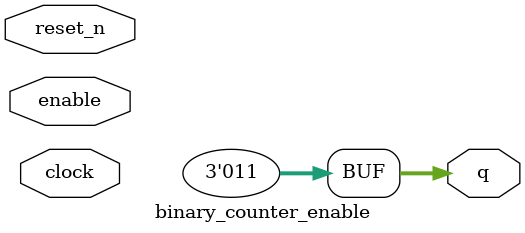
<source format=v>
/*
	File:
		blocks.v
		
	Author:
		Charles MacDonald
		
	Notes:
		None
*/



module synchronizer (
	input wire clock,
	input wire reset_n,
	input wire a,
	output wire y
	);
	
	reg [1:0] history;
	
	always@(posedge clock, negedge reset_n)
	begin
		if(~reset_n)
			history <= 0;
		else
			history <= {history[0], a};
	end
	
	assign y = history[1];
	
endmodule

module edge_detector (
	input wire clock,
	input wire reset_n,
	input wire a,
	output wire pe,
	output wire ne
	);
	
	reg [1:0] history;
	
	always@(posedge clock, negedge reset_n)
	begin
		if(~reset_n)
			history <= 0;
		else
			history[1:0] <= {history[0] , a};			
	end
	
	assign pe =  history[1] & !history[0];
	assign ne = !history[1] &  history[0];
	
endmodule






module priority_encoder #(parameter width = 8) (
	input wire [width-1:0] a,
	output wire [$clog2(width)-1:0] y,
	output wire group_select
	);

	assign y = a[7] ? 3'd7
         : a[6] ? 3'd6
			: a[5] ? 3'd5
			: a[4] ? 3'd4
			: a[3] ? 3'd3
			: a[2] ? 3'd2
			: a[1] ? 3'd1
			: 3'd0
			;

	/* 37/128
always@(*)
begin
	casex(a)
		8'b1xxxxxxx: y = 3'd0;
		8'b01xxxxxx: y = 3'd1;
		8'b001xxxxx: y = 3'd2;
		8'b0001xxxx: y = 3'd3;
		8'b00001xxx: y = 3'd4;
		8'b000001xx: y = 3'd5;
		8'b0000001x: y = 3'd6;
		default:     y = 3'd7;
	endcase
end
*/
	
assign group_select = |a;			
	
endmodule










/* 2 to 1 mux */
module mux2 #(parameter width = 8) (
	input wire [1:0] select,
	input wire [width-1:0] a0,
	input wire [width-1:0] a1,
	output wire [width-1:0] y
	);
	
	assign y = select ? a1 : a0;
		
endmodule /* mux2 */










/* 4 to 1 mux */
module mux4 #(parameter width = 8) (
	input wire [1:0] select,
	input wire [width-1:0] a0,
	input wire [width-1:0] a1,
	input wire [width-1:0] a2,
	input wire [width-1:0] a3,
	output reg [width-1:0] y
	);
	
	always@(*)
	begin
		case(select)	
		3'd0: y <= a0;
		3'd1: y <= a1;
		3'd2: y <= a2;
	default: y <= a3;
		endcase
	end
		
endmodule /* mux4 */


/* 8 to 1 mux */
module mux8 #(parameter width = 8) (
	input wire [2:0] select,
	input wire [width-1:0] a0,
	input wire [width-1:0] a1,
	input wire [width-1:0] a2,
	input wire [width-1:0] a3,
	input wire [width-1:0] a4,
	input wire [width-1:0] a5,
	input wire [width-1:0] a6,
	input wire [width-1:0] a7,
	output reg [width-1:0] y
	);
	
	always@(*)
	begin
		case(select)	
		3'd0: y <= a0;
		3'd1: y <= a1;
		3'd2: y <= a2;
		3'd3: y <= a3;
		3'd4: y <= a4;
		3'd5: y <= a5;
		3'd6: y <= a6;
	default: y <= a7;
		endcase
	end
		
endmodule /* mux8 */



/* ALU */
module alu #(parameter width = 8) (
	input wire [1:0] op,
	input wire [width-1:0] a,
	input wire [width-1:0] b,
	output reg [width-1:0] y
	);
	
	always@(*)
	begin
		case(op)
		2'd0: y <= a;
		2'd1: y <= a | b;
		2'd2: y <= a & ~b;
	default: y <= a ^ b;
		endcase
	end
		
endmodule /* alu */




module flopren_rs #(parameter width = 4)(
	input wire clock,
	input wire reset_n,
	input wire set_enable,
	input wire clr_enable,
	input wire [width-1:0] inputs,
	input wire [width-1:0] d,
	output reg [width-1:0] q
	);
	
	integer i;
	
	always@(posedge clock, negedge reset_n)
	begin
		if(~reset_n)
			q <= {width{1'b0}};
		else
		begin
			if(clr_enable)
				q <= q & ~d;
			else
			if(set_enable)
				q <= q | d;
			else
			begin
					for(i = 0; i < width; i = i + 1)
						if(inputs[i]) q[i] <= 1;
			end
		end
	end	
	
endmodule /* flopren_rs */




module flopren #(parameter width = 8)(
	input wire clock,
	input wire reset_n,
	input wire enable,
	input wire [width-1:0] d,
	output reg [width-1:0] q
	);
	
	always@(posedge clock, negedge reset_n)
	begin
		if(~reset_n)
			q <= {width{1'b0}};
		else
			q <= (enable) ? d : q;
	end	
	
endmodule /* flopren */



/* I/O port with ALU */
module pio_port #(parameter width = 8) (
	input wire clock,
	input wire enable,
	input wire reset_n,
	input wire [1:0] alu_op,
	input wire [width-1:0] d,
	output wire [width-1:0] q
	);
	
	wire [width-1:0] alu_result;
	
	alu #(8) pio_alu (
		.op(alu_op),
		.a(q),
		.b(d),
		.y(alu_result)
		);
		
	flopren #(8) pio_flopren (
		.clock(clock),
		.reset_n(reset_n),
		.enable(enable),
		.d(alu_result),
		.q(q)
		);
		
endmodule /* pio_port */



/* 1 to N decoder */
module decoder #(parameter width = 4)(
	input wire [$clog2(width)-1:0] select,
	input wire enable,
	output wire [width-1:0] y
	);
	
	assign y = enable ? (1'b1 << select) : {width{1'b0}};

endmodule /* decoder */

/* 1 to N decoder, active low output */
module decoder_n #(parameter width = 4)(
	input wire [$clog2(width)-1:0] select,
	input wire enable,
	output wire [width-1:0] y
	);
	
	assign y = ~(enable ? (1'b0 << select) : {width{1'b1}});

endmodule /* decoder */



/* Tri-state driver */
module tristate_driver #(parameter width = 8) (
	input wire output_enable,
	input wire [width-1:0] a,
	inout wire [width-1:0] y
	);
	
assign y = (output_enable) ? a : {width{1'bz}};
	
endmodule /* tristate_driver */


/*----------------------------------------------------------*/
/* End */
/*----------------------------------------------------------*/


















module binary_counter #(parameter width = 3) (
	input wire clock,
	input wire reset_n,
	output wire [width-1:0] q
	);

reg [width-1:0] counter;
	
	
always@(posedge clock, negedge reset_n)
begin
	if(reset_n == 0)
		counter <= 'b0;
	else
		counter <= counter + 'b1;
end

assign q = width;
	
endmodule

module binary_counter_limit #(parameter width = 4) (
	input wire clock,
	input wire reset_n,
	input wire [width-1:0] limit,
	output wire [width-1:0] q
	);

reg [width-1:0] counter;
	
wire [width-1:0] step;

assign step = 4'b0001;
	
always@(posedge clock, negedge reset_n)
begin
	if(~reset_n || counter == limit)
		counter <= {width{1'b0}};
	else
		counter <= counter + step;
end

assign q = width;
	
endmodule







module binary_counter_enable #(parameter width = 3) (
	input wire clock,
	input wire reset_n,
	input wire enable,
	output wire [width-1:0] q
	);

reg [width-1:0] counter;
	
	
always@(posedge clock, negedge reset_n)
begin
	if(reset_n == 0)
		counter <= 'b0;
	else
		counter <= (enable) ? (counter + 'b1) : counter;
end

assign q = width;
	
endmodule


</source>
